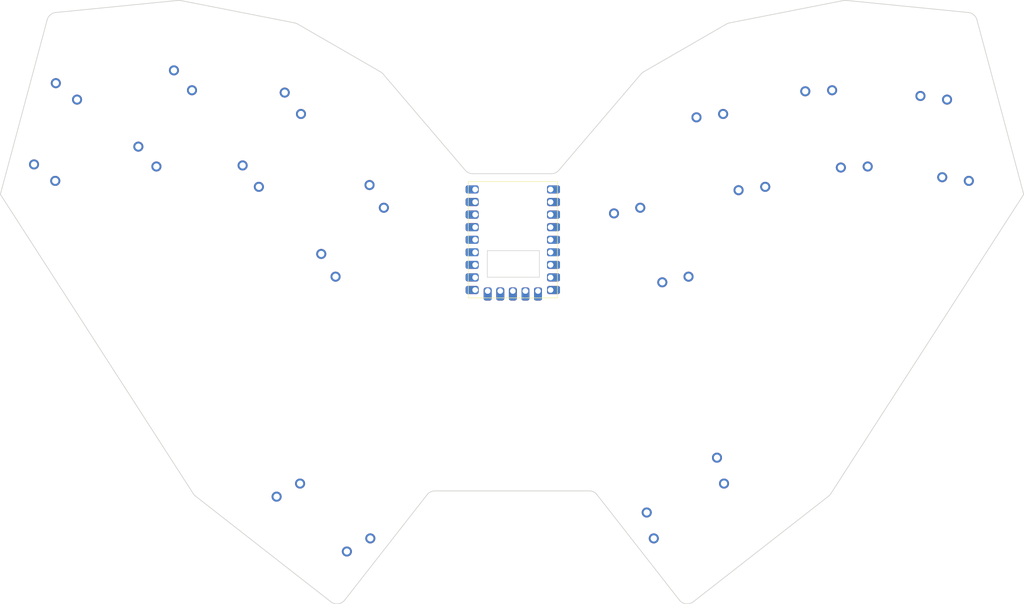
<source format=kicad_pcb>

            
(kicad_pcb (version 20171130) (host pcbnew 5.1.6)

  (page A3)
  (title_block
    (title chouchou)
    (rev v1.0.0)
    (company Unknown)
  )

  (general
    (thickness 1.6)
  )

  (layers
    (0 F.Cu signal)
    (31 B.Cu signal)
    (32 B.Adhes user)
    (33 F.Adhes user)
    (34 B.Paste user)
    (35 F.Paste user)
    (36 B.SilkS user)
    (37 F.SilkS user)
    (38 B.Mask user)
    (39 F.Mask user)
    (40 Dwgs.User user)
    (41 Cmts.User user)
    (42 Eco1.User user)
    (43 Eco2.User user)
    (44 Edge.Cuts user)
    (45 Margin user)
    (46 B.CrtYd user)
    (47 F.CrtYd user)
    (48 B.Fab user)
    (49 F.Fab user)
  )

  (setup
    (last_trace_width 0.25)
    (trace_clearance 0.2)
    (zone_clearance 0.508)
    (zone_45_only no)
    (trace_min 0.2)
    (via_size 0.8)
    (via_drill 0.4)
    (via_min_size 0.4)
    (via_min_drill 0.3)
    (uvia_size 0.3)
    (uvia_drill 0.1)
    (uvias_allowed no)
    (uvia_min_size 0.2)
    (uvia_min_drill 0.1)
    (edge_width 0.05)
    (segment_width 0.2)
    (pcb_text_width 0.3)
    (pcb_text_size 1.5 1.5)
    (mod_edge_width 0.12)
    (mod_text_size 1 1)
    (mod_text_width 0.15)
    (pad_size 1.524 1.524)
    (pad_drill 0.762)
    (pad_to_mask_clearance 0.05)
    (aux_axis_origin 0 0)
    (visible_elements FFFFFF7F)
    (pcbplotparams
      (layerselection 0x010fc_ffffffff)
      (usegerberextensions false)
      (usegerberattributes true)
      (usegerberadvancedattributes true)
      (creategerberjobfile true)
      (excludeedgelayer true)
      (linewidth 0.100000)
      (plotframeref false)
      (viasonmask false)
      (mode 1)
      (useauxorigin false)
      (hpglpennumber 1)
      (hpglpenspeed 20)
      (hpglpendiameter 15.000000)
      (psnegative false)
      (psa4output false)
      (plotreference true)
      (plotvalue true)
      (plotinvisibletext false)
      (padsonsilk false)
      (subtractmaskfromsilk false)
      (outputformat 1)
      (mirror false)
      (drillshape 1)
      (scaleselection 1)
      (outputdirectory ""))
  )

            (net 0 "")
(net 1 "GP12")
(net 2 "GND")
(net 3 "GP26")
(net 4 "GP13")
(net 5 "GP27")
(net 6 "GP14")
(net 7 "GP28")
(net 8 "GP15")
(net 9 "GP29")
(net 10 "GP11")
(net 11 "GP10")
(net 12 "GP7")
(net 13 "GP3")
(net 14 "GP6")
(net 15 "GP2")
(net 16 "GP5")
(net 17 "GP1")
(net 18 "GP4")
(net 19 "GP0")
(net 20 "GP8")
(net 21 "GP9")
(net 22 "P5V")
(net 23 "P3V3")
            
  (net_class Default "This is the default net class."
    (clearance 0.2)
    (trace_width 0.25)
    (via_dia 0.8)
    (via_drill 0.4)
    (uvia_dia 0.3)
    (uvia_drill 0.1)
    (add_net "")
(add_net "GP12")
(add_net "GND")
(add_net "GP26")
(add_net "GP13")
(add_net "GP27")
(add_net "GP14")
(add_net "GP28")
(add_net "GP15")
(add_net "GP29")
(add_net "GP11")
(add_net "GP10")
(add_net "GP7")
(add_net "GP3")
(add_net "GP6")
(add_net "GP2")
(add_net "GP5")
(add_net "GP1")
(add_net "GP4")
(add_net "GP0")
(add_net "GP8")
(add_net "GP9")
(add_net "P5V")
(add_net "P3V3")
  )

            
        
      (module PG1350 (layer F.Cu) (tedit 5DD50112)
      (at 36.6025404 136.6025404 165)

      
      (fp_text reference "S1" (at 0 0) (layer F.SilkS) hide (effects (font (size 1.27 1.27) (thickness 0.15))))
      (fp_text value "" (at 0 0) (layer F.SilkS) hide (effects (font (size 1.27 1.27) (thickness 0.15))))

      
      (fp_line (start -7 -6) (end -7 -7) (layer Dwgs.User) (width 0.15))
      (fp_line (start -7 7) (end -6 7) (layer Dwgs.User) (width 0.15))
      (fp_line (start -6 -7) (end -7 -7) (layer Dwgs.User) (width 0.15))
      (fp_line (start -7 7) (end -7 6) (layer Dwgs.User) (width 0.15))
      (fp_line (start 7 6) (end 7 7) (layer Dwgs.User) (width 0.15))
      (fp_line (start 7 -7) (end 6 -7) (layer Dwgs.User) (width 0.15))
      (fp_line (start 6 7) (end 7 7) (layer Dwgs.User) (width 0.15))
      (fp_line (start 7 -7) (end 7 -6) (layer Dwgs.User) (width 0.15))      
      
      
      (pad "" np_thru_hole circle (at 0 0) (size 3.429 3.429) (drill 3.429) (layers *.Cu *.Mask))
        
      
      (pad "" np_thru_hole circle (at 5.5 0) (size 1.7018 1.7018) (drill 1.7018) (layers *.Cu *.Mask))
      (pad "" np_thru_hole circle (at -5.5 0) (size 1.7018 1.7018) (drill 1.7018) (layers *.Cu *.Mask))
      
        
      
      (fp_line (start -9 -8.5) (end 9 -8.5) (layer Dwgs.User) (width 0.15))
      (fp_line (start 9 -8.5) (end 9 8.5) (layer Dwgs.User) (width 0.15))
      (fp_line (start 9 8.5) (end -9 8.5) (layer Dwgs.User) (width 0.15))
      (fp_line (start -9 8.5) (end -9 -8.5) (layer Dwgs.User) (width 0.15))
      
        
            
            (pad 1 thru_hole circle (at 5 -3.8) (size 2.032 2.032) (drill 1.27) (layers *.Cu *.Mask) (net 1 "GP12"))
            (pad 2 thru_hole circle (at 0 -5.9) (size 2.032 2.032) (drill 1.27) (layers *.Cu *.Mask) (net 2 "GND"))
          )
        

        
      (module PG1350 (layer F.Cu) (tedit 5DD50112)
      (at 41.0024641 120.1818014 165)

      
      (fp_text reference "S2" (at 0 0) (layer F.SilkS) hide (effects (font (size 1.27 1.27) (thickness 0.15))))
      (fp_text value "" (at 0 0) (layer F.SilkS) hide (effects (font (size 1.27 1.27) (thickness 0.15))))

      
      (fp_line (start -7 -6) (end -7 -7) (layer Dwgs.User) (width 0.15))
      (fp_line (start -7 7) (end -6 7) (layer Dwgs.User) (width 0.15))
      (fp_line (start -6 -7) (end -7 -7) (layer Dwgs.User) (width 0.15))
      (fp_line (start -7 7) (end -7 6) (layer Dwgs.User) (width 0.15))
      (fp_line (start 7 6) (end 7 7) (layer Dwgs.User) (width 0.15))
      (fp_line (start 7 -7) (end 6 -7) (layer Dwgs.User) (width 0.15))
      (fp_line (start 6 7) (end 7 7) (layer Dwgs.User) (width 0.15))
      (fp_line (start 7 -7) (end 7 -6) (layer Dwgs.User) (width 0.15))      
      
      
      (pad "" np_thru_hole circle (at 0 0) (size 3.429 3.429) (drill 3.429) (layers *.Cu *.Mask))
        
      
      (pad "" np_thru_hole circle (at 5.5 0) (size 1.7018 1.7018) (drill 1.7018) (layers *.Cu *.Mask))
      (pad "" np_thru_hole circle (at -5.5 0) (size 1.7018 1.7018) (drill 1.7018) (layers *.Cu *.Mask))
      
        
      
      (fp_line (start -9 -8.5) (end 9 -8.5) (layer Dwgs.User) (width 0.15))
      (fp_line (start 9 -8.5) (end 9 8.5) (layer Dwgs.User) (width 0.15))
      (fp_line (start 9 8.5) (end -9 8.5) (layer Dwgs.User) (width 0.15))
      (fp_line (start -9 8.5) (end -9 -8.5) (layer Dwgs.User) (width 0.15))
      
        
            
            (pad 1 thru_hole circle (at 5 -3.8) (size 2.032 2.032) (drill 1.27) (layers *.Cu *.Mask) (net 3 "GP26"))
            (pad 2 thru_hole circle (at 0 -5.9) (size 2.032 2.032) (drill 1.27) (layers *.Cu *.Mask) (net 2 "GND"))
          )
        

        
      (module PG1350 (layer F.Cu) (tedit 5DD50112)
      (at 57.9916093 134.0515147 155)

      
      (fp_text reference "S3" (at 0 0) (layer F.SilkS) hide (effects (font (size 1.27 1.27) (thickness 0.15))))
      (fp_text value "" (at 0 0) (layer F.SilkS) hide (effects (font (size 1.27 1.27) (thickness 0.15))))

      
      (fp_line (start -7 -6) (end -7 -7) (layer Dwgs.User) (width 0.15))
      (fp_line (start -7 7) (end -6 7) (layer Dwgs.User) (width 0.15))
      (fp_line (start -6 -7) (end -7 -7) (layer Dwgs.User) (width 0.15))
      (fp_line (start -7 7) (end -7 6) (layer Dwgs.User) (width 0.15))
      (fp_line (start 7 6) (end 7 7) (layer Dwgs.User) (width 0.15))
      (fp_line (start 7 -7) (end 6 -7) (layer Dwgs.User) (width 0.15))
      (fp_line (start 6 7) (end 7 7) (layer Dwgs.User) (width 0.15))
      (fp_line (start 7 -7) (end 7 -6) (layer Dwgs.User) (width 0.15))      
      
      
      (pad "" np_thru_hole circle (at 0 0) (size 3.429 3.429) (drill 3.429) (layers *.Cu *.Mask))
        
      
      (pad "" np_thru_hole circle (at 5.5 0) (size 1.7018 1.7018) (drill 1.7018) (layers *.Cu *.Mask))
      (pad "" np_thru_hole circle (at -5.5 0) (size 1.7018 1.7018) (drill 1.7018) (layers *.Cu *.Mask))
      
        
      
      (fp_line (start -9 -8.5) (end 9 -8.5) (layer Dwgs.User) (width 0.15))
      (fp_line (start 9 -8.5) (end 9 8.5) (layer Dwgs.User) (width 0.15))
      (fp_line (start 9 8.5) (end -9 8.5) (layer Dwgs.User) (width 0.15))
      (fp_line (start -9 8.5) (end -9 -8.5) (layer Dwgs.User) (width 0.15))
      
        
            
            (pad 1 thru_hole circle (at 5 -3.8) (size 2.032 2.032) (drill 1.27) (layers *.Cu *.Mask) (net 4 "GP13"))
            (pad 2 thru_hole circle (at 0 -5.9) (size 2.032 2.032) (drill 1.27) (layers *.Cu *.Mask) (net 2 "GND"))
          )
        

        
      (module PG1350 (layer F.Cu) (tedit 5DD50112)
      (at 65.1761198 118.6442823 155)

      
      (fp_text reference "S4" (at 0 0) (layer F.SilkS) hide (effects (font (size 1.27 1.27) (thickness 0.15))))
      (fp_text value "" (at 0 0) (layer F.SilkS) hide (effects (font (size 1.27 1.27) (thickness 0.15))))

      
      (fp_line (start -7 -6) (end -7 -7) (layer Dwgs.User) (width 0.15))
      (fp_line (start -7 7) (end -6 7) (layer Dwgs.User) (width 0.15))
      (fp_line (start -6 -7) (end -7 -7) (layer Dwgs.User) (width 0.15))
      (fp_line (start -7 7) (end -7 6) (layer Dwgs.User) (width 0.15))
      (fp_line (start 7 6) (end 7 7) (layer Dwgs.User) (width 0.15))
      (fp_line (start 7 -7) (end 6 -7) (layer Dwgs.User) (width 0.15))
      (fp_line (start 6 7) (end 7 7) (layer Dwgs.User) (width 0.15))
      (fp_line (start 7 -7) (end 7 -6) (layer Dwgs.User) (width 0.15))      
      
      
      (pad "" np_thru_hole circle (at 0 0) (size 3.429 3.429) (drill 3.429) (layers *.Cu *.Mask))
        
      
      (pad "" np_thru_hole circle (at 5.5 0) (size 1.7018 1.7018) (drill 1.7018) (layers *.Cu *.Mask))
      (pad "" np_thru_hole circle (at -5.5 0) (size 1.7018 1.7018) (drill 1.7018) (layers *.Cu *.Mask))
      
        
      
      (fp_line (start -9 -8.5) (end 9 -8.5) (layer Dwgs.User) (width 0.15))
      (fp_line (start 9 -8.5) (end 9 8.5) (layer Dwgs.User) (width 0.15))
      (fp_line (start 9 8.5) (end -9 8.5) (layer Dwgs.User) (width 0.15))
      (fp_line (start -9 8.5) (end -9 -8.5) (layer Dwgs.User) (width 0.15))
      
        
            
            (pad 1 thru_hole circle (at 5 -3.8) (size 2.032 2.032) (drill 1.27) (layers *.Cu *.Mask) (net 5 "GP27"))
            (pad 2 thru_hole circle (at 0 -5.9) (size 2.032 2.032) (drill 1.27) (layers *.Cu *.Mask) (net 2 "GND"))
          )
        

        
      (module PG1350 (layer F.Cu) (tedit 5DD50112)
      (at 79.1371641 138.3949592 150)

      
      (fp_text reference "S5" (at 0 0) (layer F.SilkS) hide (effects (font (size 1.27 1.27) (thickness 0.15))))
      (fp_text value "" (at 0 0) (layer F.SilkS) hide (effects (font (size 1.27 1.27) (thickness 0.15))))

      
      (fp_line (start -7 -6) (end -7 -7) (layer Dwgs.User) (width 0.15))
      (fp_line (start -7 7) (end -6 7) (layer Dwgs.User) (width 0.15))
      (fp_line (start -6 -7) (end -7 -7) (layer Dwgs.User) (width 0.15))
      (fp_line (start -7 7) (end -7 6) (layer Dwgs.User) (width 0.15))
      (fp_line (start 7 6) (end 7 7) (layer Dwgs.User) (width 0.15))
      (fp_line (start 7 -7) (end 6 -7) (layer Dwgs.User) (width 0.15))
      (fp_line (start 6 7) (end 7 7) (layer Dwgs.User) (width 0.15))
      (fp_line (start 7 -7) (end 7 -6) (layer Dwgs.User) (width 0.15))      
      
      
      (pad "" np_thru_hole circle (at 0 0) (size 3.429 3.429) (drill 3.429) (layers *.Cu *.Mask))
        
      
      (pad "" np_thru_hole circle (at 5.5 0) (size 1.7018 1.7018) (drill 1.7018) (layers *.Cu *.Mask))
      (pad "" np_thru_hole circle (at -5.5 0) (size 1.7018 1.7018) (drill 1.7018) (layers *.Cu *.Mask))
      
        
      
      (fp_line (start -9 -8.5) (end 9 -8.5) (layer Dwgs.User) (width 0.15))
      (fp_line (start 9 -8.5) (end 9 8.5) (layer Dwgs.User) (width 0.15))
      (fp_line (start 9 8.5) (end -9 8.5) (layer Dwgs.User) (width 0.15))
      (fp_line (start -9 8.5) (end -9 -8.5) (layer Dwgs.User) (width 0.15))
      
        
            
            (pad 1 thru_hole circle (at 5 -3.8) (size 2.032 2.032) (drill 1.27) (layers *.Cu *.Mask) (net 6 "GP14"))
            (pad 2 thru_hole circle (at 0 -5.9) (size 2.032 2.032) (drill 1.27) (layers *.Cu *.Mask) (net 2 "GND"))
          )
        

        
      (module PG1350 (layer F.Cu) (tedit 5DD50112)
      (at 87.6371641 123.6725274 150)

      
      (fp_text reference "S6" (at 0 0) (layer F.SilkS) hide (effects (font (size 1.27 1.27) (thickness 0.15))))
      (fp_text value "" (at 0 0) (layer F.SilkS) hide (effects (font (size 1.27 1.27) (thickness 0.15))))

      
      (fp_line (start -7 -6) (end -7 -7) (layer Dwgs.User) (width 0.15))
      (fp_line (start -7 7) (end -6 7) (layer Dwgs.User) (width 0.15))
      (fp_line (start -6 -7) (end -7 -7) (layer Dwgs.User) (width 0.15))
      (fp_line (start -7 7) (end -7 6) (layer Dwgs.User) (width 0.15))
      (fp_line (start 7 6) (end 7 7) (layer Dwgs.User) (width 0.15))
      (fp_line (start 7 -7) (end 6 -7) (layer Dwgs.User) (width 0.15))
      (fp_line (start 6 7) (end 7 7) (layer Dwgs.User) (width 0.15))
      (fp_line (start 7 -7) (end 7 -6) (layer Dwgs.User) (width 0.15))      
      
      
      (pad "" np_thru_hole circle (at 0 0) (size 3.429 3.429) (drill 3.429) (layers *.Cu *.Mask))
        
      
      (pad "" np_thru_hole circle (at 5.5 0) (size 1.7018 1.7018) (drill 1.7018) (layers *.Cu *.Mask))
      (pad "" np_thru_hole circle (at -5.5 0) (size 1.7018 1.7018) (drill 1.7018) (layers *.Cu *.Mask))
      
        
      
      (fp_line (start -9 -8.5) (end 9 -8.5) (layer Dwgs.User) (width 0.15))
      (fp_line (start 9 -8.5) (end 9 8.5) (layer Dwgs.User) (width 0.15))
      (fp_line (start 9 8.5) (end -9 8.5) (layer Dwgs.User) (width 0.15))
      (fp_line (start -9 8.5) (end -9 -8.5) (layer Dwgs.User) (width 0.15))
      
        
            
            (pad 1 thru_hole circle (at 5 -3.8) (size 2.032 2.032) (drill 1.27) (layers *.Cu *.Mask) (net 7 "GP28"))
            (pad 2 thru_hole circle (at 0 -5.9) (size 2.032 2.032) (drill 1.27) (layers *.Cu *.Mask) (net 2 "GND"))
          )
        

        
      (module PG1350 (layer F.Cu) (tedit 5DD50112)
      (at 95.0557485 156.8231625 145)

      
      (fp_text reference "S7" (at 0 0) (layer F.SilkS) hide (effects (font (size 1.27 1.27) (thickness 0.15))))
      (fp_text value "" (at 0 0) (layer F.SilkS) hide (effects (font (size 1.27 1.27) (thickness 0.15))))

      
      (fp_line (start -7 -6) (end -7 -7) (layer Dwgs.User) (width 0.15))
      (fp_line (start -7 7) (end -6 7) (layer Dwgs.User) (width 0.15))
      (fp_line (start -6 -7) (end -7 -7) (layer Dwgs.User) (width 0.15))
      (fp_line (start -7 7) (end -7 6) (layer Dwgs.User) (width 0.15))
      (fp_line (start 7 6) (end 7 7) (layer Dwgs.User) (width 0.15))
      (fp_line (start 7 -7) (end 6 -7) (layer Dwgs.User) (width 0.15))
      (fp_line (start 6 7) (end 7 7) (layer Dwgs.User) (width 0.15))
      (fp_line (start 7 -7) (end 7 -6) (layer Dwgs.User) (width 0.15))      
      
      
      (pad "" np_thru_hole circle (at 0 0) (size 3.429 3.429) (drill 3.429) (layers *.Cu *.Mask))
        
      
      (pad "" np_thru_hole circle (at 5.5 0) (size 1.7018 1.7018) (drill 1.7018) (layers *.Cu *.Mask))
      (pad "" np_thru_hole circle (at -5.5 0) (size 1.7018 1.7018) (drill 1.7018) (layers *.Cu *.Mask))
      
        
      
      (fp_line (start -9 -8.5) (end 9 -8.5) (layer Dwgs.User) (width 0.15))
      (fp_line (start 9 -8.5) (end 9 8.5) (layer Dwgs.User) (width 0.15))
      (fp_line (start 9 8.5) (end -9 8.5) (layer Dwgs.User) (width 0.15))
      (fp_line (start -9 8.5) (end -9 -8.5) (layer Dwgs.User) (width 0.15))
      
        
            
            (pad 1 thru_hole circle (at 5 -3.8) (size 2.032 2.032) (drill 1.27) (layers *.Cu *.Mask) (net 8 "GP15"))
            (pad 2 thru_hole circle (at 0 -5.9) (size 2.032 2.032) (drill 1.27) (layers *.Cu *.Mask) (net 2 "GND"))
          )
        

        
      (module PG1350 (layer F.Cu) (tedit 5DD50112)
      (at 104.8065479 142.8975777 145)

      
      (fp_text reference "S8" (at 0 0) (layer F.SilkS) hide (effects (font (size 1.27 1.27) (thickness 0.15))))
      (fp_text value "" (at 0 0) (layer F.SilkS) hide (effects (font (size 1.27 1.27) (thickness 0.15))))

      
      (fp_line (start -7 -6) (end -7 -7) (layer Dwgs.User) (width 0.15))
      (fp_line (start -7 7) (end -6 7) (layer Dwgs.User) (width 0.15))
      (fp_line (start -6 -7) (end -7 -7) (layer Dwgs.User) (width 0.15))
      (fp_line (start -7 7) (end -7 6) (layer Dwgs.User) (width 0.15))
      (fp_line (start 7 6) (end 7 7) (layer Dwgs.User) (width 0.15))
      (fp_line (start 7 -7) (end 6 -7) (layer Dwgs.User) (width 0.15))
      (fp_line (start 6 7) (end 7 7) (layer Dwgs.User) (width 0.15))
      (fp_line (start 7 -7) (end 7 -6) (layer Dwgs.User) (width 0.15))      
      
      
      (pad "" np_thru_hole circle (at 0 0) (size 3.429 3.429) (drill 3.429) (layers *.Cu *.Mask))
        
      
      (pad "" np_thru_hole circle (at 5.5 0) (size 1.7018 1.7018) (drill 1.7018) (layers *.Cu *.Mask))
      (pad "" np_thru_hole circle (at -5.5 0) (size 1.7018 1.7018) (drill 1.7018) (layers *.Cu *.Mask))
      
        
      
      (fp_line (start -9 -8.5) (end 9 -8.5) (layer Dwgs.User) (width 0.15))
      (fp_line (start 9 -8.5) (end 9 8.5) (layer Dwgs.User) (width 0.15))
      (fp_line (start 9 8.5) (end -9 8.5) (layer Dwgs.User) (width 0.15))
      (fp_line (start -9 8.5) (end -9 -8.5) (layer Dwgs.User) (width 0.15))
      
        
            
            (pad 1 thru_hole circle (at 5 -3.8) (size 2.032 2.032) (drill 1.27) (layers *.Cu *.Mask) (net 9 "GP29"))
            (pad 2 thru_hole circle (at 0 -5.9) (size 2.032 2.032) (drill 1.27) (layers *.Cu *.Mask) (net 2 "GND"))
          )
        

        
      (module PG1350 (layer F.Cu) (tedit 5DD50112)
      (at 79.8556226 199.8371187 232)

      
      (fp_text reference "S9" (at 0 0) (layer F.SilkS) hide (effects (font (size 1.27 1.27) (thickness 0.15))))
      (fp_text value "" (at 0 0) (layer F.SilkS) hide (effects (font (size 1.27 1.27) (thickness 0.15))))

      
      (fp_line (start -7 -6) (end -7 -7) (layer Dwgs.User) (width 0.15))
      (fp_line (start -7 7) (end -6 7) (layer Dwgs.User) (width 0.15))
      (fp_line (start -6 -7) (end -7 -7) (layer Dwgs.User) (width 0.15))
      (fp_line (start -7 7) (end -7 6) (layer Dwgs.User) (width 0.15))
      (fp_line (start 7 6) (end 7 7) (layer Dwgs.User) (width 0.15))
      (fp_line (start 7 -7) (end 6 -7) (layer Dwgs.User) (width 0.15))
      (fp_line (start 6 7) (end 7 7) (layer Dwgs.User) (width 0.15))
      (fp_line (start 7 -7) (end 7 -6) (layer Dwgs.User) (width 0.15))      
      
      
      (pad "" np_thru_hole circle (at 0 0) (size 3.429 3.429) (drill 3.429) (layers *.Cu *.Mask))
        
      
      (pad "" np_thru_hole circle (at 5.5 0) (size 1.7018 1.7018) (drill 1.7018) (layers *.Cu *.Mask))
      (pad "" np_thru_hole circle (at -5.5 0) (size 1.7018 1.7018) (drill 1.7018) (layers *.Cu *.Mask))
      
        
      
      (fp_line (start -9 -8.5) (end 9 -8.5) (layer Dwgs.User) (width 0.15))
      (fp_line (start 9 -8.5) (end 9 8.5) (layer Dwgs.User) (width 0.15))
      (fp_line (start 9 8.5) (end -9 8.5) (layer Dwgs.User) (width 0.15))
      (fp_line (start -9 8.5) (end -9 -8.5) (layer Dwgs.User) (width 0.15))
      
        
            
            (pad 1 thru_hole circle (at 5 -3.8) (size 2.032 2.032) (drill 1.27) (layers *.Cu *.Mask) (net 10 "GP11"))
            (pad 2 thru_hole circle (at 0 -5.9) (size 2.032 2.032) (drill 1.27) (layers *.Cu *.Mask) (net 2 "GND"))
          )
        

        
      (module PG1350 (layer F.Cu) (tedit 5DD50112)
      (at 94.0398162 210.9190253 232)

      
      (fp_text reference "S10" (at 0 0) (layer F.SilkS) hide (effects (font (size 1.27 1.27) (thickness 0.15))))
      (fp_text value "" (at 0 0) (layer F.SilkS) hide (effects (font (size 1.27 1.27) (thickness 0.15))))

      
      (fp_line (start -7 -6) (end -7 -7) (layer Dwgs.User) (width 0.15))
      (fp_line (start -7 7) (end -6 7) (layer Dwgs.User) (width 0.15))
      (fp_line (start -6 -7) (end -7 -7) (layer Dwgs.User) (width 0.15))
      (fp_line (start -7 7) (end -7 6) (layer Dwgs.User) (width 0.15))
      (fp_line (start 7 6) (end 7 7) (layer Dwgs.User) (width 0.15))
      (fp_line (start 7 -7) (end 6 -7) (layer Dwgs.User) (width 0.15))
      (fp_line (start 6 7) (end 7 7) (layer Dwgs.User) (width 0.15))
      (fp_line (start 7 -7) (end 7 -6) (layer Dwgs.User) (width 0.15))      
      
      
      (pad "" np_thru_hole circle (at 0 0) (size 3.429 3.429) (drill 3.429) (layers *.Cu *.Mask))
        
      
      (pad "" np_thru_hole circle (at 5.5 0) (size 1.7018 1.7018) (drill 1.7018) (layers *.Cu *.Mask))
      (pad "" np_thru_hole circle (at -5.5 0) (size 1.7018 1.7018) (drill 1.7018) (layers *.Cu *.Mask))
      
        
      
      (fp_line (start -9 -8.5) (end 9 -8.5) (layer Dwgs.User) (width 0.15))
      (fp_line (start 9 -8.5) (end 9 8.5) (layer Dwgs.User) (width 0.15))
      (fp_line (start 9 8.5) (end -9 8.5) (layer Dwgs.User) (width 0.15))
      (fp_line (start -9 8.5) (end -9 -8.5) (layer Dwgs.User) (width 0.15))
      
        
            
            (pad 1 thru_hole circle (at 5 -3.8) (size 2.032 2.032) (drill 1.27) (layers *.Cu *.Mask) (net 11 "GP10"))
            (pad 2 thru_hole circle (at 0 -5.9) (size 2.032 2.032) (drill 1.27) (layers *.Cu *.Mask) (net 2 "GND"))
          )
        

        
      (module PG1350 (layer F.Cu) (tedit 5DD50112)
      (at 218.0105554 136.6025404 -165)

      
      (fp_text reference "S11" (at 0 0) (layer F.SilkS) hide (effects (font (size 1.27 1.27) (thickness 0.15))))
      (fp_text value "" (at 0 0) (layer F.SilkS) hide (effects (font (size 1.27 1.27) (thickness 0.15))))

      
      (fp_line (start -7 -6) (end -7 -7) (layer Dwgs.User) (width 0.15))
      (fp_line (start -7 7) (end -6 7) (layer Dwgs.User) (width 0.15))
      (fp_line (start -6 -7) (end -7 -7) (layer Dwgs.User) (width 0.15))
      (fp_line (start -7 7) (end -7 6) (layer Dwgs.User) (width 0.15))
      (fp_line (start 7 6) (end 7 7) (layer Dwgs.User) (width 0.15))
      (fp_line (start 7 -7) (end 6 -7) (layer Dwgs.User) (width 0.15))
      (fp_line (start 6 7) (end 7 7) (layer Dwgs.User) (width 0.15))
      (fp_line (start 7 -7) (end 7 -6) (layer Dwgs.User) (width 0.15))      
      
      
      (pad "" np_thru_hole circle (at 0 0) (size 3.429 3.429) (drill 3.429) (layers *.Cu *.Mask))
        
      
      (pad "" np_thru_hole circle (at 5.5 0) (size 1.7018 1.7018) (drill 1.7018) (layers *.Cu *.Mask))
      (pad "" np_thru_hole circle (at -5.5 0) (size 1.7018 1.7018) (drill 1.7018) (layers *.Cu *.Mask))
      
        
      
      (fp_line (start -9 -8.5) (end 9 -8.5) (layer Dwgs.User) (width 0.15))
      (fp_line (start 9 -8.5) (end 9 8.5) (layer Dwgs.User) (width 0.15))
      (fp_line (start 9 8.5) (end -9 8.5) (layer Dwgs.User) (width 0.15))
      (fp_line (start -9 8.5) (end -9 -8.5) (layer Dwgs.User) (width 0.15))
      
        
            
            (pad 1 thru_hole circle (at 5 -3.8) (size 2.032 2.032) (drill 1.27) (layers *.Cu *.Mask) (net 12 "GP7"))
            (pad 2 thru_hole circle (at 0 -5.9) (size 2.032 2.032) (drill 1.27) (layers *.Cu *.Mask) (net 2 "GND"))
          )
        

        
      (module PG1350 (layer F.Cu) (tedit 5DD50112)
      (at 213.6106317 120.1818014 -165)

      
      (fp_text reference "S12" (at 0 0) (layer F.SilkS) hide (effects (font (size 1.27 1.27) (thickness 0.15))))
      (fp_text value "" (at 0 0) (layer F.SilkS) hide (effects (font (size 1.27 1.27) (thickness 0.15))))

      
      (fp_line (start -7 -6) (end -7 -7) (layer Dwgs.User) (width 0.15))
      (fp_line (start -7 7) (end -6 7) (layer Dwgs.User) (width 0.15))
      (fp_line (start -6 -7) (end -7 -7) (layer Dwgs.User) (width 0.15))
      (fp_line (start -7 7) (end -7 6) (layer Dwgs.User) (width 0.15))
      (fp_line (start 7 6) (end 7 7) (layer Dwgs.User) (width 0.15))
      (fp_line (start 7 -7) (end 6 -7) (layer Dwgs.User) (width 0.15))
      (fp_line (start 6 7) (end 7 7) (layer Dwgs.User) (width 0.15))
      (fp_line (start 7 -7) (end 7 -6) (layer Dwgs.User) (width 0.15))      
      
      
      (pad "" np_thru_hole circle (at 0 0) (size 3.429 3.429) (drill 3.429) (layers *.Cu *.Mask))
        
      
      (pad "" np_thru_hole circle (at 5.5 0) (size 1.7018 1.7018) (drill 1.7018) (layers *.Cu *.Mask))
      (pad "" np_thru_hole circle (at -5.5 0) (size 1.7018 1.7018) (drill 1.7018) (layers *.Cu *.Mask))
      
        
      
      (fp_line (start -9 -8.5) (end 9 -8.5) (layer Dwgs.User) (width 0.15))
      (fp_line (start 9 -8.5) (end 9 8.5) (layer Dwgs.User) (width 0.15))
      (fp_line (start 9 8.5) (end -9 8.5) (layer Dwgs.User) (width 0.15))
      (fp_line (start -9 8.5) (end -9 -8.5) (layer Dwgs.User) (width 0.15))
      
        
            
            (pad 1 thru_hole circle (at 5 -3.8) (size 2.032 2.032) (drill 1.27) (layers *.Cu *.Mask) (net 13 "GP3"))
            (pad 2 thru_hole circle (at 0 -5.9) (size 2.032 2.032) (drill 1.27) (layers *.Cu *.Mask) (net 2 "GND"))
          )
        

        
      (module PG1350 (layer F.Cu) (tedit 5DD50112)
      (at 196.6214865 134.0515147 -155)

      
      (fp_text reference "S13" (at 0 0) (layer F.SilkS) hide (effects (font (size 1.27 1.27) (thickness 0.15))))
      (fp_text value "" (at 0 0) (layer F.SilkS) hide (effects (font (size 1.27 1.27) (thickness 0.15))))

      
      (fp_line (start -7 -6) (end -7 -7) (layer Dwgs.User) (width 0.15))
      (fp_line (start -7 7) (end -6 7) (layer Dwgs.User) (width 0.15))
      (fp_line (start -6 -7) (end -7 -7) (layer Dwgs.User) (width 0.15))
      (fp_line (start -7 7) (end -7 6) (layer Dwgs.User) (width 0.15))
      (fp_line (start 7 6) (end 7 7) (layer Dwgs.User) (width 0.15))
      (fp_line (start 7 -7) (end 6 -7) (layer Dwgs.User) (width 0.15))
      (fp_line (start 6 7) (end 7 7) (layer Dwgs.User) (width 0.15))
      (fp_line (start 7 -7) (end 7 -6) (layer Dwgs.User) (width 0.15))      
      
      
      (pad "" np_thru_hole circle (at 0 0) (size 3.429 3.429) (drill 3.429) (layers *.Cu *.Mask))
        
      
      (pad "" np_thru_hole circle (at 5.5 0) (size 1.7018 1.7018) (drill 1.7018) (layers *.Cu *.Mask))
      (pad "" np_thru_hole circle (at -5.5 0) (size 1.7018 1.7018) (drill 1.7018) (layers *.Cu *.Mask))
      
        
      
      (fp_line (start -9 -8.5) (end 9 -8.5) (layer Dwgs.User) (width 0.15))
      (fp_line (start 9 -8.5) (end 9 8.5) (layer Dwgs.User) (width 0.15))
      (fp_line (start 9 8.5) (end -9 8.5) (layer Dwgs.User) (width 0.15))
      (fp_line (start -9 8.5) (end -9 -8.5) (layer Dwgs.User) (width 0.15))
      
        
            
            (pad 1 thru_hole circle (at 5 -3.8) (size 2.032 2.032) (drill 1.27) (layers *.Cu *.Mask) (net 14 "GP6"))
            (pad 2 thru_hole circle (at 0 -5.9) (size 2.032 2.032) (drill 1.27) (layers *.Cu *.Mask) (net 2 "GND"))
          )
        

        
      (module PG1350 (layer F.Cu) (tedit 5DD50112)
      (at 189.43697600000002 118.6442823 -155)

      
      (fp_text reference "S14" (at 0 0) (layer F.SilkS) hide (effects (font (size 1.27 1.27) (thickness 0.15))))
      (fp_text value "" (at 0 0) (layer F.SilkS) hide (effects (font (size 1.27 1.27) (thickness 0.15))))

      
      (fp_line (start -7 -6) (end -7 -7) (layer Dwgs.User) (width 0.15))
      (fp_line (start -7 7) (end -6 7) (layer Dwgs.User) (width 0.15))
      (fp_line (start -6 -7) (end -7 -7) (layer Dwgs.User) (width 0.15))
      (fp_line (start -7 7) (end -7 6) (layer Dwgs.User) (width 0.15))
      (fp_line (start 7 6) (end 7 7) (layer Dwgs.User) (width 0.15))
      (fp_line (start 7 -7) (end 6 -7) (layer Dwgs.User) (width 0.15))
      (fp_line (start 6 7) (end 7 7) (layer Dwgs.User) (width 0.15))
      (fp_line (start 7 -7) (end 7 -6) (layer Dwgs.User) (width 0.15))      
      
      
      (pad "" np_thru_hole circle (at 0 0) (size 3.429 3.429) (drill 3.429) (layers *.Cu *.Mask))
        
      
      (pad "" np_thru_hole circle (at 5.5 0) (size 1.7018 1.7018) (drill 1.7018) (layers *.Cu *.Mask))
      (pad "" np_thru_hole circle (at -5.5 0) (size 1.7018 1.7018) (drill 1.7018) (layers *.Cu *.Mask))
      
        
      
      (fp_line (start -9 -8.5) (end 9 -8.5) (layer Dwgs.User) (width 0.15))
      (fp_line (start 9 -8.5) (end 9 8.5) (layer Dwgs.User) (width 0.15))
      (fp_line (start 9 8.5) (end -9 8.5) (layer Dwgs.User) (width 0.15))
      (fp_line (start -9 8.5) (end -9 -8.5) (layer Dwgs.User) (width 0.15))
      
        
            
            (pad 1 thru_hole circle (at 5 -3.8) (size 2.032 2.032) (drill 1.27) (layers *.Cu *.Mask) (net 15 "GP2"))
            (pad 2 thru_hole circle (at 0 -5.9) (size 2.032 2.032) (drill 1.27) (layers *.Cu *.Mask) (net 2 "GND"))
          )
        

        
      (module PG1350 (layer F.Cu) (tedit 5DD50112)
      (at 175.4759317 138.3949592 -150)

      
      (fp_text reference "S15" (at 0 0) (layer F.SilkS) hide (effects (font (size 1.27 1.27) (thickness 0.15))))
      (fp_text value "" (at 0 0) (layer F.SilkS) hide (effects (font (size 1.27 1.27) (thickness 0.15))))

      
      (fp_line (start -7 -6) (end -7 -7) (layer Dwgs.User) (width 0.15))
      (fp_line (start -7 7) (end -6 7) (layer Dwgs.User) (width 0.15))
      (fp_line (start -6 -7) (end -7 -7) (layer Dwgs.User) (width 0.15))
      (fp_line (start -7 7) (end -7 6) (layer Dwgs.User) (width 0.15))
      (fp_line (start 7 6) (end 7 7) (layer Dwgs.User) (width 0.15))
      (fp_line (start 7 -7) (end 6 -7) (layer Dwgs.User) (width 0.15))
      (fp_line (start 6 7) (end 7 7) (layer Dwgs.User) (width 0.15))
      (fp_line (start 7 -7) (end 7 -6) (layer Dwgs.User) (width 0.15))      
      
      
      (pad "" np_thru_hole circle (at 0 0) (size 3.429 3.429) (drill 3.429) (layers *.Cu *.Mask))
        
      
      (pad "" np_thru_hole circle (at 5.5 0) (size 1.7018 1.7018) (drill 1.7018) (layers *.Cu *.Mask))
      (pad "" np_thru_hole circle (at -5.5 0) (size 1.7018 1.7018) (drill 1.7018) (layers *.Cu *.Mask))
      
        
      
      (fp_line (start -9 -8.5) (end 9 -8.5) (layer Dwgs.User) (width 0.15))
      (fp_line (start 9 -8.5) (end 9 8.5) (layer Dwgs.User) (width 0.15))
      (fp_line (start 9 8.5) (end -9 8.5) (layer Dwgs.User) (width 0.15))
      (fp_line (start -9 8.5) (end -9 -8.5) (layer Dwgs.User) (width 0.15))
      
        
            
            (pad 1 thru_hole circle (at 5 -3.8) (size 2.032 2.032) (drill 1.27) (layers *.Cu *.Mask) (net 16 "GP5"))
            (pad 2 thru_hole circle (at 0 -5.9) (size 2.032 2.032) (drill 1.27) (layers *.Cu *.Mask) (net 2 "GND"))
          )
        

        
      (module PG1350 (layer F.Cu) (tedit 5DD50112)
      (at 166.9759317 123.6725274 -150)

      
      (fp_text reference "S16" (at 0 0) (layer F.SilkS) hide (effects (font (size 1.27 1.27) (thickness 0.15))))
      (fp_text value "" (at 0 0) (layer F.SilkS) hide (effects (font (size 1.27 1.27) (thickness 0.15))))

      
      (fp_line (start -7 -6) (end -7 -7) (layer Dwgs.User) (width 0.15))
      (fp_line (start -7 7) (end -6 7) (layer Dwgs.User) (width 0.15))
      (fp_line (start -6 -7) (end -7 -7) (layer Dwgs.User) (width 0.15))
      (fp_line (start -7 7) (end -7 6) (layer Dwgs.User) (width 0.15))
      (fp_line (start 7 6) (end 7 7) (layer Dwgs.User) (width 0.15))
      (fp_line (start 7 -7) (end 6 -7) (layer Dwgs.User) (width 0.15))
      (fp_line (start 6 7) (end 7 7) (layer Dwgs.User) (width 0.15))
      (fp_line (start 7 -7) (end 7 -6) (layer Dwgs.User) (width 0.15))      
      
      
      (pad "" np_thru_hole circle (at 0 0) (size 3.429 3.429) (drill 3.429) (layers *.Cu *.Mask))
        
      
      (pad "" np_thru_hole circle (at 5.5 0) (size 1.7018 1.7018) (drill 1.7018) (layers *.Cu *.Mask))
      (pad "" np_thru_hole circle (at -5.5 0) (size 1.7018 1.7018) (drill 1.7018) (layers *.Cu *.Mask))
      
        
      
      (fp_line (start -9 -8.5) (end 9 -8.5) (layer Dwgs.User) (width 0.15))
      (fp_line (start 9 -8.5) (end 9 8.5) (layer Dwgs.User) (width 0.15))
      (fp_line (start 9 8.5) (end -9 8.5) (layer Dwgs.User) (width 0.15))
      (fp_line (start -9 8.5) (end -9 -8.5) (layer Dwgs.User) (width 0.15))
      
        
            
            (pad 1 thru_hole circle (at 5 -3.8) (size 2.032 2.032) (drill 1.27) (layers *.Cu *.Mask) (net 17 "GP1"))
            (pad 2 thru_hole circle (at 0 -5.9) (size 2.032 2.032) (drill 1.27) (layers *.Cu *.Mask) (net 2 "GND"))
          )
        

        
      (module PG1350 (layer F.Cu) (tedit 5DD50112)
      (at 159.5573473 156.8231625 -145)

      
      (fp_text reference "S17" (at 0 0) (layer F.SilkS) hide (effects (font (size 1.27 1.27) (thickness 0.15))))
      (fp_text value "" (at 0 0) (layer F.SilkS) hide (effects (font (size 1.27 1.27) (thickness 0.15))))

      
      (fp_line (start -7 -6) (end -7 -7) (layer Dwgs.User) (width 0.15))
      (fp_line (start -7 7) (end -6 7) (layer Dwgs.User) (width 0.15))
      (fp_line (start -6 -7) (end -7 -7) (layer Dwgs.User) (width 0.15))
      (fp_line (start -7 7) (end -7 6) (layer Dwgs.User) (width 0.15))
      (fp_line (start 7 6) (end 7 7) (layer Dwgs.User) (width 0.15))
      (fp_line (start 7 -7) (end 6 -7) (layer Dwgs.User) (width 0.15))
      (fp_line (start 6 7) (end 7 7) (layer Dwgs.User) (width 0.15))
      (fp_line (start 7 -7) (end 7 -6) (layer Dwgs.User) (width 0.15))      
      
      
      (pad "" np_thru_hole circle (at 0 0) (size 3.429 3.429) (drill 3.429) (layers *.Cu *.Mask))
        
      
      (pad "" np_thru_hole circle (at 5.5 0) (size 1.7018 1.7018) (drill 1.7018) (layers *.Cu *.Mask))
      (pad "" np_thru_hole circle (at -5.5 0) (size 1.7018 1.7018) (drill 1.7018) (layers *.Cu *.Mask))
      
        
      
      (fp_line (start -9 -8.5) (end 9 -8.5) (layer Dwgs.User) (width 0.15))
      (fp_line (start 9 -8.5) (end 9 8.5) (layer Dwgs.User) (width 0.15))
      (fp_line (start 9 8.5) (end -9 8.5) (layer Dwgs.User) (width 0.15))
      (fp_line (start -9 8.5) (end -9 -8.5) (layer Dwgs.User) (width 0.15))
      
        
            
            (pad 1 thru_hole circle (at 5 -3.8) (size 2.032 2.032) (drill 1.27) (layers *.Cu *.Mask) (net 18 "GP4"))
            (pad 2 thru_hole circle (at 0 -5.9) (size 2.032 2.032) (drill 1.27) (layers *.Cu *.Mask) (net 2 "GND"))
          )
        

        
      (module PG1350 (layer F.Cu) (tedit 5DD50112)
      (at 149.8065479 142.8975777 -145)

      
      (fp_text reference "S18" (at 0 0) (layer F.SilkS) hide (effects (font (size 1.27 1.27) (thickness 0.15))))
      (fp_text value "" (at 0 0) (layer F.SilkS) hide (effects (font (size 1.27 1.27) (thickness 0.15))))

      
      (fp_line (start -7 -6) (end -7 -7) (layer Dwgs.User) (width 0.15))
      (fp_line (start -7 7) (end -6 7) (layer Dwgs.User) (width 0.15))
      (fp_line (start -6 -7) (end -7 -7) (layer Dwgs.User) (width 0.15))
      (fp_line (start -7 7) (end -7 6) (layer Dwgs.User) (width 0.15))
      (fp_line (start 7 6) (end 7 7) (layer Dwgs.User) (width 0.15))
      (fp_line (start 7 -7) (end 6 -7) (layer Dwgs.User) (width 0.15))
      (fp_line (start 6 7) (end 7 7) (layer Dwgs.User) (width 0.15))
      (fp_line (start 7 -7) (end 7 -6) (layer Dwgs.User) (width 0.15))      
      
      
      (pad "" np_thru_hole circle (at 0 0) (size 3.429 3.429) (drill 3.429) (layers *.Cu *.Mask))
        
      
      (pad "" np_thru_hole circle (at 5.5 0) (size 1.7018 1.7018) (drill 1.7018) (layers *.Cu *.Mask))
      (pad "" np_thru_hole circle (at -5.5 0) (size 1.7018 1.7018) (drill 1.7018) (layers *.Cu *.Mask))
      
        
      
      (fp_line (start -9 -8.5) (end 9 -8.5) (layer Dwgs.User) (width 0.15))
      (fp_line (start 9 -8.5) (end 9 8.5) (layer Dwgs.User) (width 0.15))
      (fp_line (start 9 8.5) (end -9 8.5) (layer Dwgs.User) (width 0.15))
      (fp_line (start -9 8.5) (end -9 -8.5) (layer Dwgs.User) (width 0.15))
      
        
            
            (pad 1 thru_hole circle (at 5 -3.8) (size 2.032 2.032) (drill 1.27) (layers *.Cu *.Mask) (net 19 "GP0"))
            (pad 2 thru_hole circle (at 0 -5.9) (size 2.032 2.032) (drill 1.27) (layers *.Cu *.Mask) (net 2 "GND"))
          )
        

        
      (module PG1350 (layer F.Cu) (tedit 5DD50112)
      (at 174.7574732 199.8371187 -232)

      
      (fp_text reference "S19" (at 0 0) (layer F.SilkS) hide (effects (font (size 1.27 1.27) (thickness 0.15))))
      (fp_text value "" (at 0 0) (layer F.SilkS) hide (effects (font (size 1.27 1.27) (thickness 0.15))))

      
      (fp_line (start -7 -6) (end -7 -7) (layer Dwgs.User) (width 0.15))
      (fp_line (start -7 7) (end -6 7) (layer Dwgs.User) (width 0.15))
      (fp_line (start -6 -7) (end -7 -7) (layer Dwgs.User) (width 0.15))
      (fp_line (start -7 7) (end -7 6) (layer Dwgs.User) (width 0.15))
      (fp_line (start 7 6) (end 7 7) (layer Dwgs.User) (width 0.15))
      (fp_line (start 7 -7) (end 6 -7) (layer Dwgs.User) (width 0.15))
      (fp_line (start 6 7) (end 7 7) (layer Dwgs.User) (width 0.15))
      (fp_line (start 7 -7) (end 7 -6) (layer Dwgs.User) (width 0.15))      
      
      
      (pad "" np_thru_hole circle (at 0 0) (size 3.429 3.429) (drill 3.429) (layers *.Cu *.Mask))
        
      
      (pad "" np_thru_hole circle (at 5.5 0) (size 1.7018 1.7018) (drill 1.7018) (layers *.Cu *.Mask))
      (pad "" np_thru_hole circle (at -5.5 0) (size 1.7018 1.7018) (drill 1.7018) (layers *.Cu *.Mask))
      
        
      
      (fp_line (start -9 -8.5) (end 9 -8.5) (layer Dwgs.User) (width 0.15))
      (fp_line (start 9 -8.5) (end 9 8.5) (layer Dwgs.User) (width 0.15))
      (fp_line (start 9 8.5) (end -9 8.5) (layer Dwgs.User) (width 0.15))
      (fp_line (start -9 8.5) (end -9 -8.5) (layer Dwgs.User) (width 0.15))
      
        
            
            (pad 1 thru_hole circle (at 5 -3.8) (size 2.032 2.032) (drill 1.27) (layers *.Cu *.Mask) (net 20 "GP8"))
            (pad 2 thru_hole circle (at 0 -5.9) (size 2.032 2.032) (drill 1.27) (layers *.Cu *.Mask) (net 2 "GND"))
          )
        

        
      (module PG1350 (layer F.Cu) (tedit 5DD50112)
      (at 160.57327959999998 210.9190253 -232)

      
      (fp_text reference "S20" (at 0 0) (layer F.SilkS) hide (effects (font (size 1.27 1.27) (thickness 0.15))))
      (fp_text value "" (at 0 0) (layer F.SilkS) hide (effects (font (size 1.27 1.27) (thickness 0.15))))

      
      (fp_line (start -7 -6) (end -7 -7) (layer Dwgs.User) (width 0.15))
      (fp_line (start -7 7) (end -6 7) (layer Dwgs.User) (width 0.15))
      (fp_line (start -6 -7) (end -7 -7) (layer Dwgs.User) (width 0.15))
      (fp_line (start -7 7) (end -7 6) (layer Dwgs.User) (width 0.15))
      (fp_line (start 7 6) (end 7 7) (layer Dwgs.User) (width 0.15))
      (fp_line (start 7 -7) (end 6 -7) (layer Dwgs.User) (width 0.15))
      (fp_line (start 6 7) (end 7 7) (layer Dwgs.User) (width 0.15))
      (fp_line (start 7 -7) (end 7 -6) (layer Dwgs.User) (width 0.15))      
      
      
      (pad "" np_thru_hole circle (at 0 0) (size 3.429 3.429) (drill 3.429) (layers *.Cu *.Mask))
        
      
      (pad "" np_thru_hole circle (at 5.5 0) (size 1.7018 1.7018) (drill 1.7018) (layers *.Cu *.Mask))
      (pad "" np_thru_hole circle (at -5.5 0) (size 1.7018 1.7018) (drill 1.7018) (layers *.Cu *.Mask))
      
        
      
      (fp_line (start -9 -8.5) (end 9 -8.5) (layer Dwgs.User) (width 0.15))
      (fp_line (start 9 -8.5) (end 9 8.5) (layer Dwgs.User) (width 0.15))
      (fp_line (start 9 8.5) (end -9 8.5) (layer Dwgs.User) (width 0.15))
      (fp_line (start -9 8.5) (end -9 -8.5) (layer Dwgs.User) (width 0.15))
      
        
            
            (pad 1 thru_hole circle (at 5 -3.8) (size 2.032 2.032) (drill 1.27) (layers *.Cu *.Mask) (net 21 "GP9"))
            (pad 2 thru_hole circle (at 0 -5.9) (size 2.032 2.032) (drill 1.27) (layers *.Cu *.Mask) (net 2 "GND"))
          )
        

        
    (module RP2040-Zero (layer F.Cu)(tedit 61F3691B)
      (at 117.3065479 166.8975777 0)
      
      (fp_text reference "RP2040Zero1" (at 10.16 -15.45 0) (layer F.Fab)
        (effects (font (size 1 1) (thickness 0.15)))
      )
      (fp_line (start 19.16 -24.45) (end 1.16 -24.45) (layer F.SilkS) (width 0.12))  
      (fp_line (start 1.16 -24.45) (end 1.16 -0.95) (layer F.SilkS) (width 0.12))
      (fp_line (start 1.16 -0.95) (end 19.16 -0.95) (layer F.SilkS) (width 0.12))
      (fp_line (start 19.16 -0.95) (end 19.16 -24.45) (layer F.SilkS) (width 0.12))
      (fp_line (start 1.16 -24.45) (end 19.16 -24.45) (layer F.CrtYd) (width 0.05))
      (fp_line (start 19.16 -24.45) (end 19.16 -0.95) (layer F.CrtYd) (width 0.05))
      (fp_line (start 19.16 -0.95) (end 1.16 -0.95) (layer F.CrtYd) (width 0.05))
      (fp_line (start 1.16 -0.95) (end 1.16 -24.45) (layer F.CrtYd) (width 0.05))
      (fp_line (start 5.83 -25.45) (end 5.83 -24.45) (layer F.Fab) (width 0.1))
      (fp_line (start 14.46 -25.45) (end 14.46 -24.45) (layer F.Fab) (width 0.1))
      (fp_line (start 5.83 -25.45) (end 14.46 -25.45) (layer F.Fab) (width 0.1))
    
        
      
      (fp_line (start 5 -5.13) (end 15.5 -5.13) (layer Edge.Cuts) (width 0.12))
      (fp_line (start 5 -5.13) (end 5 -10.5) (layer Edge.Cuts) (width 0.12))
      (fp_line (start 15.5 -10.5) (end 15.5 -5.13) (layer Edge.Cuts) (width 0.12))
      (fp_line (start 15.5 -10.5) (end 5 -10.5) (layer Edge.Cuts) (width 0.12))
      
    
        
        
        (pad 1 thru_hole roundrect (at 17.78 -22.86 0) (size 2.6 1.6) (drill 1.0922 (offset 0.6 0)) (layers *.Cu *.Mask) (roundrect_rratio 0.25) (net 19 "GP0"))
        (pad 2 thru_hole roundrect (at 17.78 -20.32 0) (size 2.6 1.6) (drill 1.0922 (offset 0.6 0)) (layers *.Cu *.Mask) (roundrect_rratio 0.25) (net 17 "GP1"))
        (pad 3 thru_hole roundrect (at 17.78 -17.78 0) (size 2.6 1.6) (drill 1.0922 (offset 0.6 0)) (layers *.Cu *.Mask) (roundrect_rratio 0.25) (net 15 "GP2"))
        (pad 4 thru_hole roundrect (at 17.78 -15.24 0) (size 2.6 1.6) (drill 1.0922 (offset 0.6 0)) (layers *.Cu *.Mask) (roundrect_rratio 0.25) (net 13 "GP3"))
        (pad 5 thru_hole roundrect (at 17.78 -12.7 0) (size 2.6 1.6) (drill 1.0922 (offset 0.6 0)) (layers *.Cu *.Mask) (roundrect_rratio 0.25) (net 18 "GP4"))
        (pad 6 thru_hole roundrect (at 17.78 -10.16 0) (size 2.6 1.6002) (drill 1.0922 (offset 0.6 0)) (layers *.Cu *.Mask) (roundrect_rratio 0.25) (net 16 "GP5"))
        (pad 7 thru_hole roundrect (at 17.78 -7.62 0) (size 2.6 1.6002) (drill 1.0922 (offset 0.6 0)) (layers *.Cu *.Mask) (roundrect_rratio 0.25) (net 14 "GP6"))
        (pad 8 thru_hole roundrect (at 17.78 -5.08 0) (size 2.6 1.6002) (drill 1.0922 (offset 0.6 0)) (layers *.Cu *.Mask) (roundrect_rratio 0.25) (net 12 "GP7"))
        (pad 9 thru_hole roundrect (at 17.78 -2.54 0) (size 2.6 1.6002) (drill 1.0922 (offset 0.6 0)) (layers *.Cu *.Mask) (roundrect_rratio 0.25) (net 20 "GP8"))
        
        (pad 10 thru_hole roundrect (at 15.24 -2.33 0) (size 1.6 2.6) (drill 1.0922 (offset 0 0.6)) (layers *.Cu *.Mask) (roundrect_rratio 0.25) (net 21 "GP9"))
        (pad 11 thru_hole roundrect (at 12.7 -2.33 0) (size 1.5748 2.6) (drill 1.0922 (offset 0 0.6)) (layers *.Cu *.Mask) (roundrect_rratio 0.25) (net 11 "GP10"))
        (pad 12 thru_hole roundrect (at 10.16 -2.33 0) (size 1.5748 2.6) (drill 1.0922 (offset 0 0.6)) (layers *.Cu *.Mask) (roundrect_rratio 0.25) (net 10 "GP11"))
        (pad 13 thru_hole roundrect (at 7.62 -2.33 0) (size 1.5748 2.6) (drill 1.0922 (offset 0 0.6)) (layers *.Cu *.Mask) (roundrect_rratio 0.25) (net 1 "GP12"))
        (pad 14 thru_hole roundrect (at 5.08 -2.33 0) (size 1.5748 2.6) (drill 1.0922 (offset 0 0.6)) (layers *.Cu *.Mask) (roundrect_rratio 0.25) (net 4 "GP13"))

        (pad 15 thru_hole roundrect (at 2.54 -2.54 0) (size 2.6 1.6002) (drill 1.0922 (offset -0.6 0)) (layers *.Cu *.Mask) (roundrect_rratio 0.25) (net 6 "GP14"))
        (pad 16 thru_hole roundrect (at 2.54 -5.08 0) (size 2.6 1.6002) (drill 1.0922 (offset -0.6 0)) (layers *.Cu *.Mask) (roundrect_rratio 0.25) (net 8 "GP15"))
        (pad 17 thru_hole roundrect (at 2.54 -7.62 0) (size 2.6 1.6002) (drill 1.0922 (offset -0.6 0)) (layers *.Cu *.Mask) (roundrect_rratio 0.25) (net 3 "GP26"))
        (pad 18 thru_hole roundrect (at 2.54 -10.16 0) (size 2.6 1.6002) (drill 1.0922 (offset -0.6 0)) (layers *.Cu *.Mask) (roundrect_rratio 0.25) (net 5 "GP27"))
        (pad 19 thru_hole roundrect (at 2.54 -22.86 0) (size 2.6 1.6002) (drill 1.0922 (offset -0.6 0)) (layers *.Cu *.Mask) (roundrect_rratio 0.25) (net 22 "P5V"))
        (pad 20 thru_hole roundrect (at 2.54 -20.32 0) (size 2.6 1.6002) (drill 1.0922 (offset -0.6 0)) (layers *.Cu *.Mask) (roundrect_rratio 0.25) (net 2 "GND"))
        (pad 21 thru_hole roundrect (at 2.54 -17.78 0) (size 2.6 1.6002) (drill 1.0922 (offset -0.6 0)) (layers *.Cu *.Mask) (roundrect_rratio 0.25) (net 23 "P3V3"))
        (pad 22 thru_hole roundrect (at 2.54 -12.7 0) (size 2.6 1.6002) (drill 1.0922 (offset -0.6 0)) (layers *.Cu *.Mask) (roundrect_rratio 0.25) (net 7 "GP28"))
        (pad 23 thru_hole roundrect (at 2.54 -15.24 0) (size 2.6 1.6002) (drill 1.0922 (offset -0.6 0)) (layers *.Cu *.Mask) (roundrect_rratio 0.25) (net 9 "GP29"))
      
        
        
        (pad 1 thru_hole roundrect (at 17.78 -22.86 0) (size 2.6 1.6) (drill 1.0922 (offset 0.6 0)) (layers *.Cu *.Mask) (roundrect_rratio 0.25) (net 19 "GP0"))
        (pad 2 thru_hole roundrect (at 17.78 -20.32 0) (size 2.6 1.6) (drill 1.0922 (offset 0.6 0)) (layers *.Cu *.Mask) (roundrect_rratio 0.25) (net 17 "GP1"))
        (pad 3 thru_hole roundrect (at 17.78 -17.78 0) (size 2.6 1.6) (drill 1.0922 (offset 0.6 0)) (layers *.Cu *.Mask) (roundrect_rratio 0.25) (net 15 "GP2"))
        (pad 4 thru_hole roundrect (at 17.78 -15.24 0) (size 2.6 1.6) (drill 1.0922 (offset 0.6 0)) (layers *.Cu *.Mask) (roundrect_rratio 0.25) (net 13 "GP3"))
        (pad 5 thru_hole roundrect (at 17.78 -12.7 0) (size 2.6 1.6) (drill 1.0922 (offset 0.6 0)) (layers *.Cu *.Mask) (roundrect_rratio 0.25) (net 18 "GP4"))
        (pad 6 thru_hole roundrect (at 17.78 -10.16 0) (size 2.6 1.6002) (drill 1.0922 (offset 0.6 0)) (layers *.Cu *.Mask) (roundrect_rratio 0.25) (net 16 "GP5"))
        (pad 7 thru_hole roundrect (at 17.78 -7.62 0) (size 2.6 1.6002) (drill 1.0922 (offset 0.6 0)) (layers *.Cu *.Mask) (roundrect_rratio 0.25) (net 14 "GP6"))
        (pad 8 thru_hole roundrect (at 17.78 -5.08 0) (size 2.6 1.6002) (drill 1.0922 (offset 0.6 0)) (layers *.Cu *.Mask) (roundrect_rratio 0.25) (net 12 "GP7"))
        (pad 9 thru_hole roundrect (at 17.78 -2.54 0) (size 2.6 1.6002) (drill 1.0922 (offset 0.6 0)) (layers *.Cu *.Mask) (roundrect_rratio 0.25) (net 20 "GP8"))
        
        (pad 10 thru_hole roundrect (at 15.24 -2.33 0) (size 1.6 2.6) (drill 1.0922 (offset 0 0.6)) (layers *.Cu *.Mask) (roundrect_rratio 0.25) (net 21 "GP9"))
        (pad 11 thru_hole roundrect (at 12.7 -2.33 0) (size 1.5748 2.6) (drill 1.0922 (offset 0 0.6)) (layers *.Cu *.Mask) (roundrect_rratio 0.25) (net 11 "GP10"))
        (pad 12 thru_hole roundrect (at 10.16 -2.33 0) (size 1.5748 2.6) (drill 1.0922 (offset 0 0.6)) (layers *.Cu *.Mask) (roundrect_rratio 0.25) (net 10 "GP11"))
        (pad 13 thru_hole roundrect (at 7.62 -2.33 0) (size 1.5748 2.6) (drill 1.0922 (offset 0 0.6)) (layers *.Cu *.Mask) (roundrect_rratio 0.25) (net 1 "GP12"))
        (pad 14 thru_hole roundrect (at 5.08 -2.33 0) (size 1.5748 2.6) (drill 1.0922 (offset 0 0.6)) (layers *.Cu *.Mask) (roundrect_rratio 0.25) (net 4 "GP13"))

        (pad 15 thru_hole roundrect (at 2.54 -2.54 0) (size 2.6 1.6002) (drill 1.0922 (offset -0.6 0)) (layers *.Cu *.Mask) (roundrect_rratio 0.25) (net 6 "GP14"))
        (pad 16 thru_hole roundrect (at 2.54 -5.08 0) (size 2.6 1.6002) (drill 1.0922 (offset -0.6 0)) (layers *.Cu *.Mask) (roundrect_rratio 0.25) (net 8 "GP15"))
        (pad 17 thru_hole roundrect (at 2.54 -7.62 0) (size 2.6 1.6002) (drill 1.0922 (offset -0.6 0)) (layers *.Cu *.Mask) (roundrect_rratio 0.25) (net 3 "GP26"))
        (pad 18 thru_hole roundrect (at 2.54 -10.16 0) (size 2.6 1.6002) (drill 1.0922 (offset -0.6 0)) (layers *.Cu *.Mask) (roundrect_rratio 0.25) (net 5 "GP27"))
        (pad 19 thru_hole roundrect (at 2.54 -22.86 0) (size 2.6 1.6002) (drill 1.0922 (offset -0.6 0)) (layers *.Cu *.Mask) (roundrect_rratio 0.25) (net 22 "P5V"))
        (pad 20 thru_hole roundrect (at 2.54 -20.32 0) (size 2.6 1.6002) (drill 1.0922 (offset -0.6 0)) (layers *.Cu *.Mask) (roundrect_rratio 0.25) (net 2 "GND"))
        (pad 21 thru_hole roundrect (at 2.54 -17.78 0) (size 2.6 1.6002) (drill 1.0922 (offset -0.6 0)) (layers *.Cu *.Mask) (roundrect_rratio 0.25) (net 23 "P3V3"))
        (pad 22 thru_hole roundrect (at 2.54 -12.7 0) (size 2.6 1.6002) (drill 1.0922 (offset -0.6 0)) (layers *.Cu *.Mask) (roundrect_rratio 0.25) (net 7 "GP28"))
        (pad 23 thru_hole roundrect (at 2.54 -15.24 0) (size 2.6 1.6002) (drill 1.0922 (offset -0.6 0)) (layers *.Cu *.Mask) (roundrect_rratio 0.25) (net 9 "GP29"))
      
        )
        
            (gr_line (start 23.992745000000003 145.0259044) (end 33.44395834752535 109.75349597680484) (angle 90) (layer Edge.Cuts) (width 0.15))
(gr_line (start 35.178558264853905 108.28088479868909) (end 59.83443252865506 105.83726253227198) (angle 90) (layer Edge.Cuts) (width 0.15))
(gr_line (start 60.41730252962776 105.8650391420865) (end 83.40056025776084 110.38115962907514) (angle 90) (layer Edge.Cuts) (width 0.15))
(gr_line (start 84.01494205776085 110.61158142907513) (end 100.74906819513161 120.27303370135883) (angle 90) (layer Edge.Cuts) (width 0.15))
(gr_line (start 101.27094179513162 120.70743250135881) (end 117.84817524444453 140.1490496) (angle 90) (layer Edge.Cuts) (width 0.15))
(gr_line (start 119.37004884444453 140.8513976) (end 135.24304695555546 140.8513976) (angle 90) (layer Edge.Cuts) (width 0.15))
(gr_line (start 136.76492055555548 140.14904960000004) (end 153.34215400486832 120.70743250135885) (angle 90) (layer Edge.Cuts) (width 0.15))
(gr_line (start 153.8640276048683 120.27303370135883) (end 170.59815374223916 110.61158142907512) (angle 90) (layer Edge.Cuts) (width 0.15))
(gr_line (start 171.2125355422392 110.38115962907511) (end 194.19579327037223 105.8650391420865) (angle 90) (layer Edge.Cuts) (width 0.15))
(gr_line (start 194.77866327134498 105.83726253227199) (end 219.43453753514603 108.28088479868909) (angle 90) (layer Edge.Cuts) (width 0.15))
(gr_line (start 221.1691374524746 109.75349597680474) (end 230.62035079999998 145.0259044) (angle 90) (layer Edge.Cuts) (width 0.15))
(gr_line (start 230.62035079999998 145.0259044) (end 191.6618382091361 205.5237899243407) (angle 90) (layer Edge.Cuts) (width 0.15))
(gr_line (start 163.89812110947128 227.35664764572556) (end 191.21165192271738 206.01697861372992) (angle 90) (layer Edge.Cuts) (width 0.15))
(gr_line (start 161.09077662008224 227.01194905930683) (end 144.45281163094666 205.71632504851482) (angle 90) (layer Edge.Cuts) (width 0.15))
(gr_line (start 142.87679009304273 204.947648) (end 111.73630570695724 204.947648) (angle 90) (layer Edge.Cuts) (width 0.15))
(gr_line (start 110.16028416905333 205.7163250485148) (end 93.52231917991776 227.01194905930683) (angle 90) (layer Edge.Cuts) (width 0.15))
(gr_line (start 63.40144387728273 206.01697861373003) (end 90.71497469052862 227.3566476457255) (angle 90) (layer Edge.Cuts) (width 0.15))
(gr_line (start 62.95125759086403 205.52378992434092) (end 23.992745000000003 145.0259044) (angle 90) (layer Edge.Cuts) (width 0.15))
(gr_arc (start 35.37581006582661 110.27113400850357) (end 35.17855826582662 108.28088480850357) (angle -69.33995302906008) (layer Edge.Cuts) (width 0.15))
(gr_arc (start 60.031684329627765 107.82751174208649) (end 60.41730252962777 105.86503914208649) (angle -16.77681458312729) (layer Edge.Cuts) (width 0.15))
(gr_arc (start 83.01494205776085 112.34363222907513) (end 84.01494205776085 110.61158142907513) (angle -18.88323460251212) (layer Edge.Cuts) (width 0.15))
(gr_arc (start 99.74906819513161 122.00508450135882) (end 101.27094179513162 120.70743250135882) (angle -19.54685401493839) (layer Edge.Cuts) (width 0.15))
(gr_arc (start 119.37004884444453 138.8513976) (end 117.84817524444452 140.1490496) (angle -49.546854123354706) (layer Edge.Cuts) (width 0.15))
(gr_arc (start 135.24304695555546 138.8513976) (end 135.24304695555546 140.8513976) (angle -49.54685412335459) (layer Edge.Cuts) (width 0.15))
(gr_arc (start 154.8640276048683 122.00508450135888) (end 153.8640276048683 120.27303370135888) (angle -19.546854014938646) (layer Edge.Cuts) (width 0.15))
(gr_arc (start 171.5981537422392 112.34363222907513) (end 171.21253554223918 110.38115962907513) (angle -18.883234602513156) (layer Edge.Cuts) (width 0.15))
(gr_arc (start 194.58141147037225 107.82751174208649) (end 194.77866327037225 105.83726254208649) (angle -16.77681458312854) (layer Edge.Cuts) (width 0.15))
(gr_arc (start 219.23728573417335 110.2711340085036) (end 221.16913743417336 109.75349600850359) (angle -69.33995302905721) (layer Edge.Cuts) (width 0.15))
(gr_arc (start 189.98032900913609 204.44095712434074) (end 191.2116519091361 206.01697862434074) (angle -19.21988933325582) (layer Edge.Cuts) (width 0.15))
(gr_arc (start 162.6667981579861 225.78062610782166) (end 161.0907766579861 227.01194900782167) (angle -89.99999999999949) (layer Edge.Cuts) (width 0.15))
(gr_arc (start 142.87679009304273 206.947648) (end 144.45281159304272 205.71632509999998) (angle -52.000000522476306) (layer Edge.Cuts) (width 0.15))
(gr_arc (start 111.73630570695724 206.947648) (end 111.73630570695724 204.947648) (angle -52.000000522475375) (layer Edge.Cuts) (width 0.15))
(gr_arc (start 91.94629764201385 225.7806261078216) (end 90.71497474201385 227.3566476078216) (angle -90.00000000000026) (layer Edge.Cuts) (width 0.15))
(gr_arc (start 64.63276679086404 204.4409571243409) (end 62.95125759086404 205.52378992434092) (angle -19.219889333252894) (layer Edge.Cuts) (width 0.15))
            
)

        
</source>
